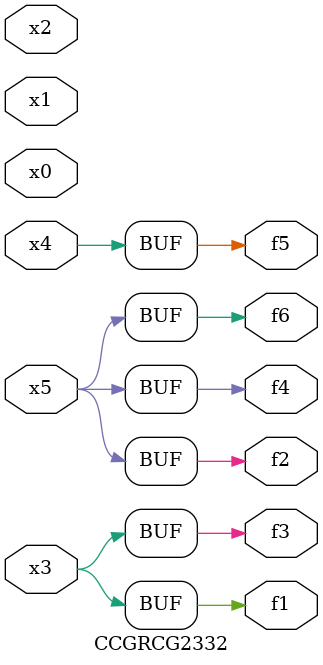
<source format=v>
module CCGRCG2332(
	input x0, x1, x2, x3, x4, x5,
	output f1, f2, f3, f4, f5, f6
);
	assign f1 = x3;
	assign f2 = x5;
	assign f3 = x3;
	assign f4 = x5;
	assign f5 = x4;
	assign f6 = x5;
endmodule

</source>
